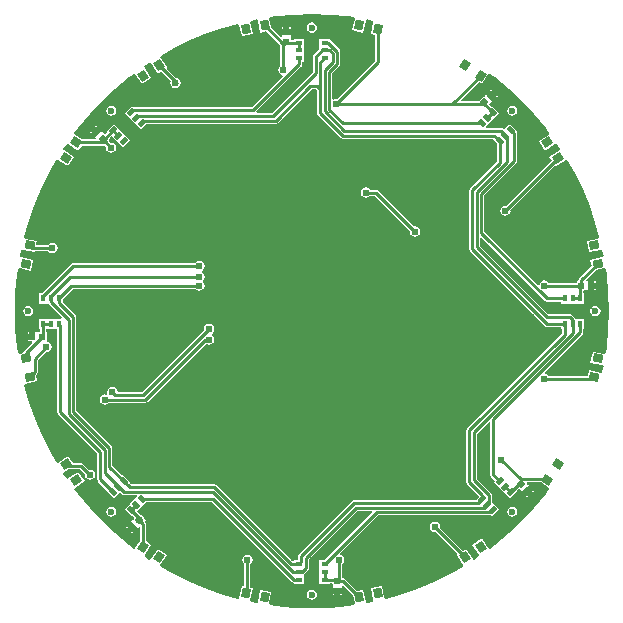
<source format=gbl>
G04 Layer_Physical_Order=2*
G04 Layer_Color=16711680*
%FSAX25Y25*%
%MOIN*%
G70*
G01*
G75*
%ADD24R,0.01969X0.02047*%
%ADD28R,0.02047X0.01969*%
%ADD30C,0.01000*%
%ADD31C,0.02362*%
%ADD32C,0.02400*%
%ADD33C,0.01181*%
G04:AMPARAMS|DCode=34|XSize=15.75mil|YSize=23.62mil|CornerRadius=0mil|HoleSize=0mil|Usage=FLASHONLY|Rotation=315.000|XOffset=0mil|YOffset=0mil|HoleType=Round|Shape=Rectangle|*
%AMROTATEDRECTD34*
4,1,4,-0.01392,-0.00278,0.00278,0.01392,0.01392,0.00278,-0.00278,-0.01392,-0.01392,-0.00278,0.0*
%
%ADD34ROTATEDRECTD34*%

%ADD35C,0.00394*%
%ADD36R,0.02362X0.01575*%
G04:AMPARAMS|DCode=37|XSize=15.75mil|YSize=23.62mil|CornerRadius=0mil|HoleSize=0mil|Usage=FLASHONLY|Rotation=225.000|XOffset=0mil|YOffset=0mil|HoleType=Round|Shape=Rectangle|*
%AMROTATEDRECTD37*
4,1,4,-0.00278,0.01392,0.01392,-0.00278,0.00278,-0.01392,-0.01392,0.00278,-0.00278,0.01392,0.0*
%
%ADD37ROTATEDRECTD37*%

%ADD38R,0.01575X0.02362*%
G04:AMPARAMS|DCode=39|XSize=27.56mil|YSize=31.5mil|CornerRadius=0mil|HoleSize=0mil|Usage=FLASHONLY|Rotation=281.250|XOffset=0mil|YOffset=0mil|HoleType=Round|Shape=Rectangle|*
%AMROTATEDRECTD39*
4,1,4,-0.01813,0.01044,0.01276,0.01659,0.01813,-0.01044,-0.01276,-0.01659,-0.01813,0.01044,0.0*
%
%ADD39ROTATEDRECTD39*%

G04:AMPARAMS|DCode=40|XSize=27.56mil|YSize=31.5mil|CornerRadius=0mil|HoleSize=0mil|Usage=FLASHONLY|Rotation=258.750|XOffset=0mil|YOffset=0mil|HoleType=Round|Shape=Rectangle|*
%AMROTATEDRECTD40*
4,1,4,-0.01276,0.01659,0.01813,0.01044,0.01276,-0.01659,-0.01813,-0.01044,-0.01276,0.01659,0.0*
%
%ADD40ROTATEDRECTD40*%

G04:AMPARAMS|DCode=41|XSize=27.56mil|YSize=31.5mil|CornerRadius=0mil|HoleSize=0mil|Usage=FLASHONLY|Rotation=236.250|XOffset=0mil|YOffset=0mil|HoleType=Round|Shape=Rectangle|*
%AMROTATEDRECTD41*
4,1,4,-0.00544,0.02021,0.02075,0.00271,0.00544,-0.02021,-0.02075,-0.00271,-0.00544,0.02021,0.0*
%
%ADD41ROTATEDRECTD41*%

G04:AMPARAMS|DCode=42|XSize=27.56mil|YSize=31.5mil|CornerRadius=0mil|HoleSize=0mil|Usage=FLASHONLY|Rotation=213.750|XOffset=0mil|YOffset=0mil|HoleType=Round|Shape=Rectangle|*
%AMROTATEDRECTD42*
4,1,4,0.00271,0.02075,0.02021,-0.00544,-0.00271,-0.02075,-0.02021,0.00544,0.00271,0.02075,0.0*
%
%ADD42ROTATEDRECTD42*%

G04:AMPARAMS|DCode=43|XSize=27.56mil|YSize=31.5mil|CornerRadius=0mil|HoleSize=0mil|Usage=FLASHONLY|Rotation=191.250|XOffset=0mil|YOffset=0mil|HoleType=Round|Shape=Rectangle|*
%AMROTATEDRECTD43*
4,1,4,0.01044,0.01813,0.01659,-0.01276,-0.01044,-0.01813,-0.01659,0.01276,0.01044,0.01813,0.0*
%
%ADD43ROTATEDRECTD43*%

G04:AMPARAMS|DCode=44|XSize=27.56mil|YSize=31.5mil|CornerRadius=0mil|HoleSize=0mil|Usage=FLASHONLY|Rotation=168.750|XOffset=0mil|YOffset=0mil|HoleType=Round|Shape=Rectangle|*
%AMROTATEDRECTD44*
4,1,4,0.01659,0.01276,0.01044,-0.01813,-0.01659,-0.01276,-0.01044,0.01813,0.01659,0.01276,0.0*
%
%ADD44ROTATEDRECTD44*%

G04:AMPARAMS|DCode=45|XSize=27.56mil|YSize=31.5mil|CornerRadius=0mil|HoleSize=0mil|Usage=FLASHONLY|Rotation=146.250|XOffset=0mil|YOffset=0mil|HoleType=Round|Shape=Rectangle|*
%AMROTATEDRECTD45*
4,1,4,0.02021,0.00544,0.00271,-0.02075,-0.02021,-0.00544,-0.00271,0.02075,0.02021,0.00544,0.0*
%
%ADD45ROTATEDRECTD45*%

G04:AMPARAMS|DCode=46|XSize=27.56mil|YSize=31.5mil|CornerRadius=0mil|HoleSize=0mil|Usage=FLASHONLY|Rotation=123.750|XOffset=0mil|YOffset=0mil|HoleType=Round|Shape=Rectangle|*
%AMROTATEDRECTD46*
4,1,4,0.02075,-0.00271,-0.00544,-0.02021,-0.02075,0.00271,0.00544,0.02021,0.02075,-0.00271,0.0*
%
%ADD46ROTATEDRECTD46*%

G04:AMPARAMS|DCode=47|XSize=19.69mil|YSize=20.47mil|CornerRadius=0mil|HoleSize=0mil|Usage=FLASHONLY|Rotation=135.000|XOffset=0mil|YOffset=0mil|HoleType=Round|Shape=Rectangle|*
%AMROTATEDRECTD47*
4,1,4,0.01420,0.00028,-0.00028,-0.01420,-0.01420,-0.00028,0.00028,0.01420,0.01420,0.00028,0.0*
%
%ADD47ROTATEDRECTD47*%

G04:AMPARAMS|DCode=48|XSize=19.69mil|YSize=20.47mil|CornerRadius=0mil|HoleSize=0mil|Usage=FLASHONLY|Rotation=225.000|XOffset=0mil|YOffset=0mil|HoleType=Round|Shape=Rectangle|*
%AMROTATEDRECTD48*
4,1,4,-0.00028,0.01420,0.01420,-0.00028,0.00028,-0.01420,-0.01420,0.00028,-0.00028,0.01420,0.0*
%
%ADD48ROTATEDRECTD48*%

G36*
X0586547Y0265011D02*
X0586877Y0264790D01*
X0587268Y0264713D01*
X0592095D01*
Y0264051D01*
X0599787D01*
Y0267413D01*
X0599520D01*
Y0268123D01*
X0599873Y0268476D01*
X0600500Y0268476D01*
X0600870Y0268476D01*
X0601114D01*
Y0270000D01*
Y0271524D01*
X0600710D01*
X0600413Y0271934D01*
X0603688Y0275208D01*
X0606415Y0275751D01*
X0606967Y0275448D01*
X0607273Y0273432D01*
X0607815Y0267477D01*
X0607995Y0261500D01*
X0607815Y0255523D01*
X0607273Y0249568D01*
X0606967Y0247552D01*
X0606415Y0247249D01*
X0602592Y0248009D01*
X0601859Y0244326D01*
X0605836Y0243535D01*
X0606277Y0243206D01*
X0605858Y0241252D01*
X0605433Y0241022D01*
X0605302Y0241048D01*
X0601363Y0241831D01*
X0601002Y0240020D01*
X0587863D01*
X0587726Y0240226D01*
X0587163Y0240601D01*
X0586819Y0240670D01*
X0586654Y0241212D01*
X0599221Y0253779D01*
X0599442Y0254110D01*
X0599520Y0254500D01*
Y0255587D01*
X0599787D01*
Y0258949D01*
X0596883D01*
X0596883Y0258949D01*
X0596662Y0259280D01*
X0595721Y0260221D01*
X0595390Y0260442D01*
X0595000Y0260520D01*
X0587811D01*
X0565020Y0283311D01*
Y0285885D01*
X0565482Y0286076D01*
X0586547Y0265011D01*
D02*
G37*
G36*
X0570052Y0339427D02*
X0574646Y0335599D01*
X0579000Y0331500D01*
X0583099Y0327146D01*
X0586927Y0322552D01*
X0588136Y0320910D01*
X0587960Y0320306D01*
X0584719Y0318140D01*
X0586805Y0315017D01*
X0590177Y0317270D01*
X0590721Y0317350D01*
X0591806Y0315672D01*
X0591668Y0315208D01*
X0591558Y0315134D01*
X0588218Y0312902D01*
X0588913Y0311862D01*
X0573743Y0296692D01*
X0573500Y0296740D01*
X0572837Y0296608D01*
X0572274Y0296233D01*
X0571899Y0295670D01*
X0571767Y0295007D01*
X0571899Y0294344D01*
X0572274Y0293781D01*
X0572837Y0293406D01*
X0573500Y0293274D01*
X0574163Y0293406D01*
X0574726Y0293781D01*
X0575101Y0294344D01*
X0575233Y0295007D01*
X0575185Y0295250D01*
X0589790Y0309855D01*
X0590287Y0309806D01*
X0590305Y0309780D01*
X0593569Y0311961D01*
X0594182Y0311892D01*
X0596656Y0307505D01*
X0599274Y0302129D01*
X0601562Y0296604D01*
X0603513Y0290951D01*
X0604865Y0286100D01*
X0604480Y0285618D01*
X0600630Y0284852D01*
X0601363Y0281169D01*
X0605302Y0281952D01*
X0605433Y0281978D01*
X0605858Y0281748D01*
X0606277Y0279794D01*
X0605836Y0279465D01*
X0601859Y0278674D01*
X0602259Y0276664D01*
X0598165Y0272570D01*
X0597944Y0272239D01*
X0597866Y0271849D01*
Y0271524D01*
X0597402D01*
Y0271020D01*
X0587863D01*
X0587726Y0271226D01*
X0587163Y0271601D01*
X0586500Y0271733D01*
X0585837Y0271601D01*
X0585274Y0271226D01*
X0584899Y0270663D01*
X0584830Y0270319D01*
X0584288Y0270154D01*
X0566520Y0287922D01*
Y0300078D01*
X0577221Y0310779D01*
X0577442Y0311110D01*
X0577520Y0311500D01*
Y0320572D01*
X0577442Y0320962D01*
X0577221Y0321293D01*
X0577188Y0321326D01*
X0577378Y0321515D01*
X0575000Y0323892D01*
X0573165Y0322058D01*
X0572916Y0322307D01*
X0572585Y0322528D01*
X0572195Y0322605D01*
X0567151D01*
X0566959Y0323067D01*
X0569572Y0325680D01*
X0571392Y0327500D01*
X0569015Y0329878D01*
X0568826Y0329688D01*
X0568074Y0330440D01*
X0568505Y0330872D01*
X0568675Y0331041D01*
X0569029Y0331395D01*
X0569202Y0331568D01*
X0568124Y0332645D01*
X0567047Y0333722D01*
X0566874Y0333550D01*
X0566704Y0333380D01*
X0566351Y0333026D01*
X0564844Y0331520D01*
X0558859D01*
X0558668Y0331981D01*
X0564600Y0337914D01*
X0565640Y0337218D01*
X0567806Y0340460D01*
X0568410Y0340636D01*
X0570052Y0339427D01*
D02*
G37*
G36*
X0568480Y0224506D02*
Y0206985D01*
X0568558Y0206595D01*
X0568779Y0206264D01*
X0570028Y0205015D01*
X0569561Y0204547D01*
X0571370Y0202738D01*
X0573180Y0200928D01*
X0575000Y0199108D01*
X0577378Y0201485D01*
X0577188Y0201674D01*
X0577940Y0202426D01*
X0578372Y0201994D01*
X0578541Y0201825D01*
X0578895Y0201471D01*
X0579068Y0201298D01*
X0580145Y0202376D01*
X0581222Y0203453D01*
X0581050Y0203626D01*
X0580696Y0203979D01*
X0580875Y0204411D01*
X0585390D01*
X0587960Y0202694D01*
X0588136Y0202090D01*
X0586927Y0200448D01*
X0583099Y0195854D01*
X0579000Y0191500D01*
X0574646Y0187401D01*
X0570052Y0183573D01*
X0568410Y0182364D01*
X0567806Y0182540D01*
X0565640Y0185782D01*
X0562517Y0183695D01*
X0564770Y0180323D01*
X0564850Y0179779D01*
X0563172Y0178694D01*
X0562708Y0178832D01*
X0562634Y0178942D01*
X0560402Y0182282D01*
X0559358Y0181584D01*
X0551685Y0189257D01*
X0551733Y0189500D01*
X0551601Y0190163D01*
X0551226Y0190726D01*
X0550663Y0191101D01*
X0550000Y0191233D01*
X0549337Y0191101D01*
X0548774Y0190726D01*
X0548399Y0190163D01*
X0548267Y0189500D01*
X0548399Y0188837D01*
X0548774Y0188274D01*
X0549337Y0187899D01*
X0550000Y0187767D01*
X0550243Y0187815D01*
X0557351Y0180708D01*
X0557302Y0180210D01*
X0557280Y0180195D01*
X0559461Y0176931D01*
X0559392Y0176318D01*
X0555005Y0173844D01*
X0549629Y0171226D01*
X0544104Y0168938D01*
X0538451Y0166987D01*
X0533600Y0165635D01*
X0533118Y0166020D01*
X0532352Y0169870D01*
X0528669Y0169137D01*
X0529452Y0165198D01*
X0529478Y0165067D01*
X0529248Y0164642D01*
X0527294Y0164223D01*
X0526965Y0164664D01*
X0526174Y0168641D01*
X0524175Y0168244D01*
X0520084Y0172335D01*
X0519753Y0172556D01*
X0519363Y0172634D01*
X0519024D01*
Y0173098D01*
X0519020D01*
Y0177137D01*
X0519226Y0177274D01*
X0519601Y0177837D01*
X0519733Y0178500D01*
X0519601Y0179163D01*
X0519226Y0179726D01*
X0518663Y0180101D01*
X0518414Y0180151D01*
X0518250Y0180693D01*
X0531037Y0193480D01*
X0568572D01*
X0568643Y0193494D01*
X0569015Y0193122D01*
X0571392Y0195500D01*
X0569086Y0197806D01*
Y0200115D01*
X0569008Y0200505D01*
X0568787Y0200836D01*
X0564020Y0205604D01*
Y0220699D01*
X0568018Y0224698D01*
X0568480Y0224506D01*
D02*
G37*
G36*
X0514977Y0360315D02*
X0520932Y0359773D01*
X0522948Y0359467D01*
X0523251Y0358915D01*
X0522491Y0355092D01*
X0526174Y0354359D01*
X0526965Y0358336D01*
X0527294Y0358777D01*
X0529248Y0358358D01*
X0529478Y0357933D01*
X0529452Y0357802D01*
X0528669Y0353863D01*
X0529896Y0353619D01*
Y0344838D01*
X0517243Y0332185D01*
X0517000Y0332233D01*
X0516337Y0332101D01*
X0516261Y0332050D01*
X0515820Y0332286D01*
Y0340878D01*
X0518221Y0343279D01*
X0518442Y0343610D01*
X0518520Y0344000D01*
Y0348000D01*
X0518442Y0348390D01*
X0518221Y0348721D01*
X0515221Y0351721D01*
X0514913Y0351926D01*
Y0352287D01*
X0511551D01*
Y0349025D01*
X0509579Y0347053D01*
X0509358Y0346723D01*
X0509280Y0346332D01*
Y0341222D01*
X0495629Y0327571D01*
X0490720D01*
X0490513Y0328071D01*
X0505489Y0343047D01*
X0505710Y0343377D01*
X0505787Y0343768D01*
Y0344595D01*
X0506449D01*
Y0347153D01*
Y0349713D01*
Y0352287D01*
X0503087D01*
Y0352020D01*
X0502377D01*
X0502024Y0352373D01*
X0502024Y0353000D01*
X0502024Y0353370D01*
Y0353614D01*
X0500500D01*
X0498976D01*
Y0353196D01*
X0498576Y0352889D01*
X0495295Y0356170D01*
X0494749Y0358915D01*
X0495052Y0359467D01*
X0497067Y0359773D01*
X0503023Y0360315D01*
X0509000Y0360495D01*
X0514977Y0360315D01*
D02*
G37*
G36*
X0502279Y0171279D02*
X0502610Y0171058D01*
X0503000Y0170980D01*
X0503087D01*
Y0170713D01*
X0506449D01*
Y0173975D01*
X0507670Y0175196D01*
X0507891Y0175526D01*
X0507968Y0175917D01*
Y0178905D01*
X0524044Y0194980D01*
X0528999D01*
X0529191Y0194518D01*
X0513078Y0178405D01*
X0511551D01*
Y0175831D01*
Y0173272D01*
Y0170713D01*
X0514913D01*
Y0170980D01*
X0515623D01*
X0515976Y0170627D01*
X0515976Y0170000D01*
X0515976Y0169630D01*
Y0169386D01*
X0517500D01*
X0519024D01*
Y0169804D01*
X0519424Y0170111D01*
X0522705Y0166830D01*
X0523251Y0164085D01*
X0522948Y0163533D01*
X0520932Y0163227D01*
X0514977Y0162685D01*
X0509000Y0162505D01*
X0503023Y0162685D01*
X0497067Y0163227D01*
X0495052Y0163533D01*
X0494749Y0164085D01*
X0495509Y0167908D01*
X0491826Y0168641D01*
X0491035Y0164664D01*
X0490706Y0164223D01*
X0488752Y0164642D01*
X0488522Y0165067D01*
X0488548Y0165198D01*
X0489331Y0169137D01*
X0488520Y0169299D01*
Y0177137D01*
X0488726Y0177274D01*
X0489101Y0177837D01*
X0489233Y0178500D01*
X0489101Y0179163D01*
X0488726Y0179726D01*
X0488163Y0180101D01*
X0487500Y0180233D01*
X0486837Y0180101D01*
X0486274Y0179726D01*
X0485899Y0179163D01*
X0485767Y0178500D01*
X0485899Y0177837D01*
X0486274Y0177274D01*
X0486480Y0177137D01*
Y0170098D01*
X0486094Y0169781D01*
X0485648Y0169870D01*
X0484882Y0166020D01*
X0484400Y0165635D01*
X0479549Y0166987D01*
X0473896Y0168938D01*
X0468371Y0171226D01*
X0462995Y0173844D01*
X0458608Y0176318D01*
X0458539Y0176931D01*
X0460720Y0180195D01*
X0457597Y0182282D01*
X0455366Y0178942D01*
X0455292Y0178832D01*
X0454828Y0178694D01*
X0453151Y0179779D01*
X0453230Y0180323D01*
X0455483Y0183695D01*
X0453788Y0184827D01*
Y0190614D01*
X0453711Y0191004D01*
X0453490Y0191334D01*
X0453250Y0191574D01*
X0453578Y0191903D01*
X0453094Y0192387D01*
X0453053Y0192594D01*
X0452677Y0193156D01*
X0452115Y0193532D01*
X0451908Y0193573D01*
X0451424Y0194058D01*
X0451368Y0194002D01*
X0450616Y0194754D01*
X0453684Y0197821D01*
X0475737D01*
X0502279Y0171279D01*
D02*
G37*
G36*
X0424194Y0227786D02*
X0424272Y0227396D01*
X0424493Y0227065D01*
X0437480Y0214078D01*
Y0205428D01*
X0437558Y0205038D01*
X0437779Y0204707D01*
X0440812Y0201674D01*
X0440622Y0201485D01*
X0443000Y0199108D01*
X0444999Y0201107D01*
X0445594Y0200511D01*
X0445925Y0200290D01*
X0446315Y0200213D01*
X0450667D01*
X0450859Y0199751D01*
X0448417Y0197309D01*
X0446608Y0195500D01*
X0448985Y0193122D01*
X0449174Y0193312D01*
X0449615Y0192871D01*
X0449597Y0192231D01*
X0449325Y0191959D01*
X0449141Y0191775D01*
X0448799Y0191432D01*
X0449876Y0190355D01*
X0450953Y0189278D01*
X0451249Y0189574D01*
X0451749Y0189508D01*
Y0184867D01*
X0450194Y0182540D01*
X0449590Y0182364D01*
X0447948Y0183573D01*
X0443354Y0187401D01*
X0439000Y0191500D01*
X0434901Y0195854D01*
X0431073Y0200448D01*
X0429864Y0202090D01*
X0430040Y0202694D01*
X0433282Y0204860D01*
X0431195Y0207983D01*
X0427823Y0205730D01*
X0427279Y0205650D01*
X0426194Y0207328D01*
X0426332Y0207792D01*
X0426442Y0207866D01*
X0427928Y0208859D01*
X0431699D01*
X0433315Y0207243D01*
X0433267Y0207000D01*
X0433399Y0206337D01*
X0433774Y0205774D01*
X0434337Y0205399D01*
X0435000Y0205267D01*
X0435663Y0205399D01*
X0436226Y0205774D01*
X0436601Y0206337D01*
X0436733Y0207000D01*
X0436601Y0207663D01*
X0436226Y0208226D01*
X0435663Y0208601D01*
X0435000Y0208733D01*
X0434757Y0208685D01*
X0432842Y0210599D01*
X0432512Y0210821D01*
X0432122Y0210898D01*
X0429247D01*
X0427695Y0213220D01*
X0424431Y0211039D01*
X0423818Y0211108D01*
X0421344Y0215495D01*
X0418726Y0220871D01*
X0416438Y0226396D01*
X0414487Y0232049D01*
X0413135Y0236900D01*
X0413520Y0237382D01*
X0417370Y0238148D01*
X0416972Y0240146D01*
X0417274Y0240448D01*
X0417495Y0240779D01*
X0417573Y0241169D01*
Y0245131D01*
X0420257Y0247815D01*
X0420500Y0247767D01*
X0421163Y0247899D01*
X0421726Y0248274D01*
X0422101Y0248837D01*
X0422233Y0249500D01*
X0422101Y0250163D01*
X0421726Y0250726D01*
X0421163Y0251101D01*
X0420960Y0251142D01*
X0420598Y0251476D01*
Y0252161D01*
X0420716Y0252337D01*
X0420848Y0253000D01*
X0420716Y0253663D01*
X0420598Y0253839D01*
Y0254524D01*
X0420520D01*
Y0255587D01*
X0424194D01*
Y0227786D01*
D02*
G37*
G36*
X0491035Y0358336D02*
X0491826Y0354359D01*
X0493825Y0354756D01*
X0498480Y0350101D01*
Y0343363D01*
X0498274Y0343226D01*
X0497899Y0342663D01*
X0497767Y0342000D01*
X0497899Y0341337D01*
X0498274Y0340774D01*
X0498837Y0340399D01*
X0499181Y0340330D01*
X0499346Y0339788D01*
X0489078Y0329520D01*
X0449428D01*
X0449357Y0329505D01*
X0448985Y0329878D01*
X0446608Y0327500D01*
X0448417Y0325691D01*
X0450227Y0323881D01*
X0452047Y0322061D01*
X0454019Y0324032D01*
X0497052D01*
X0497442Y0324110D01*
X0497773Y0324331D01*
X0508922Y0335480D01*
X0510378D01*
X0510780Y0335078D01*
Y0327457D01*
X0510858Y0327067D01*
X0511079Y0326736D01*
X0518536Y0319279D01*
X0518867Y0319058D01*
X0519257Y0318980D01*
X0569381D01*
X0569713Y0318605D01*
X0569561Y0318453D01*
X0570640Y0317373D01*
Y0311325D01*
X0561779Y0302464D01*
X0561558Y0302133D01*
X0561480Y0301743D01*
Y0282267D01*
X0561558Y0281877D01*
X0561779Y0281546D01*
X0586779Y0256547D01*
X0587110Y0256326D01*
X0587500Y0256248D01*
X0592095D01*
Y0255587D01*
X0592362D01*
Y0254047D01*
X0560779Y0222464D01*
X0560558Y0222133D01*
X0560480Y0221743D01*
Y0204560D01*
X0560558Y0204170D01*
X0560779Y0203839D01*
X0564655Y0199964D01*
Y0199641D01*
X0563575Y0198562D01*
X0563575Y0198562D01*
X0563575Y0198562D01*
X0563110Y0198520D01*
X0523000D01*
X0522610Y0198442D01*
X0522279Y0198221D01*
X0504728Y0180670D01*
X0504507Y0180339D01*
X0504429Y0179949D01*
Y0178405D01*
X0503087D01*
Y0178138D01*
X0502547D01*
X0477231Y0203453D01*
X0476901Y0203674D01*
X0476510Y0203752D01*
X0448856D01*
X0448250Y0204358D01*
X0448439Y0204547D01*
X0446062Y0206925D01*
X0445873Y0206735D01*
X0442520Y0210088D01*
Y0215743D01*
X0442442Y0216133D01*
X0442221Y0216464D01*
X0430520Y0228165D01*
Y0259500D01*
X0430442Y0259890D01*
X0430221Y0260221D01*
X0425906Y0264536D01*
Y0265578D01*
X0429308Y0268980D01*
X0470137D01*
X0470274Y0268774D01*
X0470837Y0268399D01*
X0471500Y0268267D01*
X0472163Y0268399D01*
X0472726Y0268774D01*
X0473101Y0269337D01*
X0473233Y0270000D01*
X0473101Y0270663D01*
X0472726Y0271226D01*
X0472689Y0271250D01*
Y0271750D01*
X0472726Y0271774D01*
X0473101Y0272337D01*
X0473233Y0273000D01*
X0473101Y0273663D01*
X0472726Y0274226D01*
X0472364Y0274467D01*
Y0275032D01*
X0472726Y0275274D01*
X0473101Y0275837D01*
X0473233Y0276500D01*
X0473101Y0277163D01*
X0472726Y0277726D01*
X0472163Y0278101D01*
X0471500Y0278233D01*
X0470837Y0278101D01*
X0470274Y0277726D01*
X0470137Y0277520D01*
X0429444D01*
X0429054Y0277442D01*
X0428723Y0277221D01*
X0418916Y0267413D01*
X0418213D01*
Y0264051D01*
X0421117D01*
X0421117Y0264051D01*
X0421338Y0263720D01*
X0425609Y0259449D01*
X0425402Y0258949D01*
X0418213D01*
Y0255587D01*
X0418480D01*
Y0254607D01*
X0418451Y0254601D01*
X0418334Y0254524D01*
X0417870D01*
X0417630Y0254524D01*
Y0254524D01*
X0417370D01*
Y0254524D01*
X0416886D01*
Y0253000D01*
X0415886D01*
Y0252000D01*
X0414402D01*
Y0251476D01*
X0415689D01*
X0415880Y0251014D01*
X0413019Y0248153D01*
X0412798Y0247822D01*
X0412729Y0247477D01*
X0411585Y0247249D01*
X0411033Y0247552D01*
X0410727Y0249568D01*
X0410185Y0255523D01*
X0410005Y0261500D01*
X0410185Y0267477D01*
X0410727Y0273432D01*
X0411033Y0275448D01*
X0411585Y0275751D01*
X0415408Y0274991D01*
X0416141Y0278674D01*
X0412164Y0279465D01*
X0411723Y0279794D01*
X0412142Y0281748D01*
X0412567Y0281978D01*
X0412698Y0281952D01*
X0416637Y0281169D01*
X0416699Y0281480D01*
X0421137D01*
X0421274Y0281274D01*
X0421837Y0280899D01*
X0422500Y0280767D01*
X0423163Y0280899D01*
X0423726Y0281274D01*
X0424101Y0281837D01*
X0424233Y0282500D01*
X0424101Y0283163D01*
X0423726Y0283726D01*
X0423163Y0284101D01*
X0422500Y0284233D01*
X0421837Y0284101D01*
X0421274Y0283726D01*
X0421137Y0283520D01*
X0417499D01*
X0417182Y0283906D01*
X0417370Y0284852D01*
X0413520Y0285618D01*
X0413135Y0286100D01*
X0414487Y0290951D01*
X0416438Y0296604D01*
X0418726Y0302129D01*
X0421344Y0307505D01*
X0423818Y0311892D01*
X0424431Y0311961D01*
X0427695Y0309780D01*
X0429782Y0312902D01*
X0426442Y0315134D01*
X0426332Y0315208D01*
X0426194Y0315672D01*
X0427279Y0317350D01*
X0427823Y0317270D01*
X0431195Y0315017D01*
X0432327Y0316712D01*
X0439846D01*
X0440315Y0316243D01*
X0440267Y0316000D01*
X0440399Y0315337D01*
X0440774Y0314774D01*
X0441337Y0314399D01*
X0442000Y0314267D01*
X0442663Y0314399D01*
X0443226Y0314774D01*
X0443601Y0315337D01*
X0443733Y0316000D01*
X0443601Y0316663D01*
X0443226Y0317226D01*
X0442663Y0317601D01*
X0442000Y0317733D01*
X0441757Y0317685D01*
X0441315Y0318127D01*
X0441303Y0318822D01*
X0441558Y0319076D01*
X0441502Y0319132D01*
X0442253Y0319884D01*
X0444241Y0317896D01*
X0446062Y0316075D01*
X0448439Y0318453D01*
X0446619Y0320273D01*
X0444809Y0322083D01*
X0443000Y0323892D01*
X0440622Y0321515D01*
X0440812Y0321326D01*
X0440060Y0320574D01*
X0439628Y0321006D01*
X0439459Y0321175D01*
X0439105Y0321529D01*
X0438932Y0321702D01*
X0437855Y0320624D01*
X0436778Y0319547D01*
X0436950Y0319374D01*
X0437074Y0319251D01*
X0437008Y0318751D01*
X0432367D01*
X0430040Y0320306D01*
X0429864Y0320910D01*
X0431073Y0322552D01*
X0434901Y0327146D01*
X0439000Y0331500D01*
X0443354Y0335599D01*
X0447948Y0339427D01*
X0449590Y0340636D01*
X0450194Y0340460D01*
X0452360Y0337218D01*
X0455483Y0339305D01*
X0453230Y0342677D01*
X0453151Y0343221D01*
X0454828Y0344306D01*
X0455292Y0344168D01*
X0455366Y0344058D01*
X0457597Y0340718D01*
X0458638Y0341413D01*
X0461897Y0338154D01*
X0461767Y0337500D01*
X0461899Y0336837D01*
X0462274Y0336274D01*
X0462837Y0335899D01*
X0463500Y0335767D01*
X0464163Y0335899D01*
X0464726Y0336274D01*
X0465101Y0336837D01*
X0465233Y0337500D01*
X0465101Y0338163D01*
X0464726Y0338726D01*
X0464163Y0339101D01*
X0463752Y0339183D01*
X0460645Y0342290D01*
X0460694Y0342787D01*
X0460720Y0342805D01*
X0458539Y0346069D01*
X0458608Y0346682D01*
X0462995Y0349156D01*
X0468371Y0351774D01*
X0473896Y0354062D01*
X0479549Y0356013D01*
X0484400Y0357365D01*
X0484882Y0356980D01*
X0485648Y0353130D01*
X0489331Y0353863D01*
X0488548Y0357802D01*
X0488522Y0357933D01*
X0488753Y0358358D01*
X0490706Y0358777D01*
X0491035Y0358336D01*
D02*
G37*
%LPC*%
G36*
X0603598Y0269000D02*
X0603114D01*
Y0268476D01*
X0603598D01*
Y0269000D01*
D02*
G37*
G36*
X0603520Y0263214D02*
X0602864Y0263084D01*
X0602308Y0262712D01*
X0601936Y0262156D01*
X0601919Y0262072D01*
X0601862Y0262061D01*
Y0261785D01*
X0601805Y0261500D01*
X0601862Y0261215D01*
Y0260939D01*
X0601919Y0260928D01*
X0601936Y0260844D01*
X0602308Y0260288D01*
X0602864Y0259916D01*
X0603520Y0259786D01*
X0604176Y0259916D01*
X0604732Y0260288D01*
X0605103Y0260844D01*
X0605234Y0261500D01*
X0605103Y0262156D01*
X0604732Y0262712D01*
X0604176Y0263084D01*
X0603520Y0263214D01*
D02*
G37*
G36*
X0603114Y0271524D02*
Y0271000D01*
X0603598D01*
Y0271524D01*
X0603114D01*
D02*
G37*
G36*
X0570588Y0333695D02*
X0570246Y0333352D01*
X0570616Y0332982D01*
X0570958Y0333324D01*
X0570588Y0333695D01*
D02*
G37*
G36*
X0575836Y0330049D02*
X0575180Y0329919D01*
X0574623Y0329548D01*
X0574252Y0328991D01*
X0574122Y0328335D01*
X0574252Y0327680D01*
X0574299Y0327608D01*
X0574267Y0327560D01*
X0574462Y0327365D01*
X0574623Y0327123D01*
X0574865Y0326962D01*
X0575060Y0326767D01*
X0575108Y0326800D01*
X0575180Y0326752D01*
X0575836Y0326622D01*
X0576491Y0326752D01*
X0577047Y0327123D01*
X0577419Y0327680D01*
X0577550Y0328335D01*
X0577419Y0328991D01*
X0577047Y0329548D01*
X0576491Y0329919D01*
X0575836Y0330049D01*
D02*
G37*
G36*
X0568803Y0335479D02*
X0568461Y0335137D01*
X0568831Y0334766D01*
X0569174Y0335109D01*
X0568803Y0335479D01*
D02*
G37*
G36*
X0575836Y0196379D02*
X0575180Y0196248D01*
X0575108Y0196201D01*
X0575060Y0196233D01*
X0574865Y0196038D01*
X0574623Y0195877D01*
X0574462Y0195635D01*
X0574267Y0195440D01*
X0574299Y0195392D01*
X0574252Y0195320D01*
X0574122Y0194665D01*
X0574252Y0194009D01*
X0574623Y0193453D01*
X0575180Y0193081D01*
X0575836Y0192950D01*
X0576491Y0193081D01*
X0577047Y0193453D01*
X0577419Y0194009D01*
X0577550Y0194665D01*
X0577419Y0195320D01*
X0577047Y0195877D01*
X0576491Y0196248D01*
X0575836Y0196379D01*
D02*
G37*
G36*
X0580852Y0200255D02*
X0580482Y0199884D01*
X0580824Y0199542D01*
X0581194Y0199912D01*
X0580852Y0200255D01*
D02*
G37*
G36*
X0582636Y0202039D02*
X0582266Y0201669D01*
X0582609Y0201326D01*
X0582979Y0201697D01*
X0582636Y0202039D01*
D02*
G37*
G36*
X0502024Y0356098D02*
X0501500D01*
Y0355614D01*
X0502024D01*
Y0356098D01*
D02*
G37*
G36*
X0499500D02*
X0498976D01*
Y0355614D01*
X0499500D01*
Y0356098D01*
D02*
G37*
G36*
X0509000Y0357734D02*
X0508344Y0357603D01*
X0507788Y0357232D01*
X0507416Y0356676D01*
X0507286Y0356020D01*
X0507416Y0355364D01*
X0507788Y0354808D01*
X0508344Y0354436D01*
X0508428Y0354419D01*
X0508439Y0354362D01*
X0508715D01*
X0509000Y0354306D01*
X0509285Y0354362D01*
X0509561D01*
X0509572Y0354419D01*
X0509656Y0354436D01*
X0510212Y0354808D01*
X0510584Y0355364D01*
X0510714Y0356020D01*
X0510584Y0356676D01*
X0510212Y0357232D01*
X0509656Y0357603D01*
X0509000Y0357734D01*
D02*
G37*
G36*
X0519024Y0167386D02*
X0518500D01*
Y0166902D01*
X0519024D01*
Y0167386D01*
D02*
G37*
G36*
X0516500D02*
X0515976D01*
Y0166902D01*
X0516500D01*
Y0167386D01*
D02*
G37*
G36*
X0509000Y0168695D02*
X0508715Y0168638D01*
X0508439D01*
X0508428Y0168581D01*
X0508344Y0168564D01*
X0507788Y0168192D01*
X0507416Y0167636D01*
X0507286Y0166980D01*
X0507416Y0166324D01*
X0507788Y0165768D01*
X0508344Y0165397D01*
X0509000Y0165266D01*
X0509656Y0165397D01*
X0510212Y0165768D01*
X0510584Y0166324D01*
X0510714Y0166980D01*
X0510584Y0167636D01*
X0510212Y0168192D01*
X0509656Y0168564D01*
X0509572Y0168581D01*
X0509561Y0168638D01*
X0509285D01*
X0509000Y0168695D01*
D02*
G37*
G36*
X0442165Y0196379D02*
X0441509Y0196248D01*
X0440952Y0195877D01*
X0440581Y0195320D01*
X0440450Y0194665D01*
X0440581Y0194009D01*
X0440952Y0193453D01*
X0441509Y0193081D01*
X0442165Y0192950D01*
X0442820Y0193081D01*
X0443376Y0193453D01*
X0443748Y0194009D01*
X0443879Y0194665D01*
X0443748Y0195320D01*
X0443701Y0195392D01*
X0443733Y0195440D01*
X0443538Y0195635D01*
X0443377Y0195877D01*
X0443135Y0196038D01*
X0442940Y0196233D01*
X0442892Y0196201D01*
X0442820Y0196248D01*
X0442165Y0196379D01*
D02*
G37*
G36*
X0447384Y0190018D02*
X0447042Y0189676D01*
X0447412Y0189305D01*
X0447755Y0189648D01*
X0447384Y0190018D01*
D02*
G37*
G36*
X0449169Y0188234D02*
X0448826Y0187891D01*
X0449197Y0187521D01*
X0449539Y0187864D01*
X0449169Y0188234D01*
D02*
G37*
G36*
X0474767Y0257233D02*
X0474103Y0257101D01*
X0473541Y0256726D01*
X0473165Y0256163D01*
X0473033Y0255500D01*
X0473082Y0255257D01*
X0452344Y0234520D01*
X0444229D01*
X0444101Y0235163D01*
X0443726Y0235726D01*
X0443163Y0236101D01*
X0442500Y0236233D01*
X0441837Y0236101D01*
X0441274Y0235726D01*
X0440899Y0235163D01*
X0440767Y0234500D01*
X0440860Y0234033D01*
X0440851Y0234014D01*
X0440486Y0233649D01*
X0440467Y0233641D01*
X0440000Y0233733D01*
X0439337Y0233601D01*
X0438774Y0233226D01*
X0438399Y0232663D01*
X0438267Y0232000D01*
X0438399Y0231337D01*
X0438774Y0230774D01*
X0439337Y0230399D01*
X0440000Y0230267D01*
X0440663Y0230399D01*
X0441226Y0230774D01*
X0441363Y0230980D01*
X0453500D01*
X0453890Y0231058D01*
X0454221Y0231279D01*
X0473646Y0250704D01*
X0474103Y0250399D01*
X0474767Y0250267D01*
X0475430Y0250399D01*
X0475992Y0250774D01*
X0476368Y0251337D01*
X0476500Y0252000D01*
X0476368Y0252663D01*
X0475992Y0253226D01*
X0475630Y0253467D01*
Y0254032D01*
X0475992Y0254274D01*
X0476368Y0254837D01*
X0476500Y0255500D01*
X0476368Y0256163D01*
X0475992Y0256726D01*
X0475430Y0257101D01*
X0474767Y0257233D01*
D02*
G37*
G36*
X0414886Y0254524D02*
X0414402D01*
Y0254000D01*
X0414886D01*
Y0254524D01*
D02*
G37*
G36*
X0442165Y0330049D02*
X0441509Y0329919D01*
X0440952Y0329548D01*
X0440581Y0328991D01*
X0440450Y0328335D01*
X0440581Y0327680D01*
X0440952Y0327123D01*
X0441509Y0326752D01*
X0442165Y0326622D01*
X0442820Y0326752D01*
X0442892Y0326800D01*
X0442940Y0326767D01*
X0443135Y0326962D01*
X0443377Y0327123D01*
X0443538Y0327365D01*
X0443733Y0327560D01*
X0443701Y0327608D01*
X0443748Y0327680D01*
X0443879Y0328335D01*
X0443748Y0328991D01*
X0443376Y0329548D01*
X0442820Y0329919D01*
X0442165Y0330049D01*
D02*
G37*
G36*
X0414480Y0263214D02*
X0413824Y0263084D01*
X0413268Y0262712D01*
X0412897Y0262156D01*
X0412766Y0261500D01*
X0412897Y0260844D01*
X0413268Y0260288D01*
X0413824Y0259916D01*
X0414480Y0259786D01*
X0415136Y0259916D01*
X0415692Y0260288D01*
X0416064Y0260844D01*
X0416081Y0260928D01*
X0416138Y0260939D01*
Y0261215D01*
X0416194Y0261500D01*
X0416138Y0261785D01*
Y0262061D01*
X0416081Y0262072D01*
X0416064Y0262156D01*
X0415692Y0262712D01*
X0415136Y0263084D01*
X0414480Y0263214D01*
D02*
G37*
G36*
X0437176Y0323458D02*
X0436805Y0323088D01*
X0437148Y0322745D01*
X0437518Y0323116D01*
X0437176Y0323458D01*
D02*
G37*
G36*
X0435391Y0321674D02*
X0435021Y0321303D01*
X0435363Y0320961D01*
X0435734Y0321331D01*
X0435391Y0321674D01*
D02*
G37*
G36*
X0527000Y0302733D02*
X0526337Y0302601D01*
X0525774Y0302226D01*
X0525399Y0301663D01*
X0525267Y0301000D01*
X0525399Y0300337D01*
X0525774Y0299774D01*
X0526337Y0299399D01*
X0527000Y0299267D01*
X0527663Y0299399D01*
X0528226Y0299774D01*
X0528363Y0299980D01*
X0529932D01*
X0541681Y0288231D01*
X0541633Y0287988D01*
X0541765Y0287325D01*
X0542140Y0286763D01*
X0542703Y0286387D01*
X0543366Y0286255D01*
X0544029Y0286387D01*
X0544592Y0286763D01*
X0544968Y0287325D01*
X0545099Y0287988D01*
X0544968Y0288651D01*
X0544592Y0289214D01*
X0544029Y0289590D01*
X0543366Y0289721D01*
X0543123Y0289673D01*
X0531075Y0301721D01*
X0530745Y0301942D01*
X0530354Y0302020D01*
X0528363D01*
X0528226Y0302226D01*
X0527663Y0302601D01*
X0527000Y0302733D01*
D02*
G37*
%LPD*%
D24*
X0415886Y0253000D02*
D03*
X0419114D02*
D03*
X0602114Y0270000D02*
D03*
X0598886D02*
D03*
D28*
X0500500Y0354614D02*
D03*
Y0351386D02*
D03*
X0517500Y0168386D02*
D03*
Y0171614D02*
D03*
D30*
X0598886Y0271849D02*
X0604275Y0277238D01*
X0458006Y0343487D02*
X0463993Y0337500D01*
X0430513Y0317731D02*
X0440269D01*
X0511800Y0335500D02*
Y0344450D01*
X0441500Y0209666D02*
X0448434Y0202732D01*
X0510800Y0336500D02*
X0511800Y0335500D01*
Y0334461D02*
Y0335500D01*
Y0327457D02*
Y0334461D01*
X0508500Y0336500D02*
X0510800D01*
X0511800Y0344450D02*
X0513232Y0345882D01*
X0510300Y0340800D02*
Y0346332D01*
X0496052Y0326552D02*
X0510300Y0340800D01*
Y0346332D02*
X0512409Y0348441D01*
X0513300Y0341921D02*
X0516000Y0344621D01*
X0513300Y0328079D02*
Y0341921D01*
X0514800Y0341300D02*
X0517500Y0344000D01*
X0514800Y0328700D02*
Y0341300D01*
X0497052Y0325052D02*
X0508500Y0336500D01*
X0566453Y0196000D02*
X0568066Y0197613D01*
X0440000Y0207547D02*
X0446315Y0201232D01*
X0429500Y0227743D02*
Y0259500D01*
X0424618Y0264382D02*
X0429500Y0259500D01*
X0424618Y0264382D02*
Y0265732D01*
X0428000Y0227121D02*
Y0258500D01*
X0422059Y0264441D02*
X0428000Y0258500D01*
X0422059Y0264441D02*
Y0265732D01*
X0446315Y0201232D02*
X0475889D01*
X0502562Y0174559D01*
X0448434Y0202732D02*
X0476510D01*
X0502125Y0177118D01*
X0523621Y0196000D02*
X0566453D01*
X0506949Y0175917D02*
Y0179327D01*
X0523621Y0196000D01*
X0523000Y0197500D02*
X0564334D01*
X0505449Y0179949D02*
X0523000Y0197500D01*
X0505449Y0177799D02*
Y0179949D01*
X0505591Y0174559D02*
X0506949Y0175917D01*
X0504768Y0174559D02*
X0505591D01*
X0504768Y0177118D02*
X0505449Y0177799D01*
X0561500Y0221743D02*
X0593382Y0253625D01*
X0561500Y0204560D02*
Y0221743D01*
Y0204560D02*
X0565674Y0200386D01*
Y0198840D02*
Y0200386D01*
X0563000Y0221121D02*
X0595941Y0254062D01*
X0563000Y0205182D02*
Y0221121D01*
Y0205182D02*
X0568066Y0200115D01*
X0587500Y0257268D02*
X0593382D01*
X0562500Y0282267D02*
Y0301743D01*
X0587389Y0259500D02*
X0595000D01*
X0564000Y0282889D02*
X0587389Y0259500D01*
X0564000Y0282889D02*
Y0301121D01*
X0562500Y0282267D02*
X0587500Y0257268D01*
X0595000Y0259500D02*
X0595941Y0258559D01*
Y0257268D02*
Y0258559D01*
X0573500Y0295007D02*
X0590987Y0312494D01*
X0519793Y0321586D02*
X0572195D01*
X0513300Y0328079D02*
X0519793Y0321586D01*
X0572195D02*
X0573469Y0320312D01*
X0519257Y0320000D02*
X0569834D01*
X0571660Y0318174D01*
X0511800Y0327457D02*
X0519257Y0320000D01*
X0573469Y0319984D02*
Y0320312D01*
X0453218Y0325052D02*
X0497052D01*
X0512409Y0348441D02*
X0513232D01*
X0451099Y0326552D02*
X0496052D01*
X0452326Y0324160D02*
X0453218Y0325052D01*
X0489500Y0328500D02*
X0504768Y0343768D01*
X0449428Y0328500D02*
X0489500D01*
X0571660Y0310902D02*
Y0318174D01*
X0562500Y0301743D02*
X0571660Y0310902D01*
X0448707Y0327779D02*
X0449428Y0328500D01*
X0564334Y0197500D02*
X0565674Y0198840D01*
X0504768Y0343768D02*
Y0345882D01*
X0450516Y0325969D02*
X0451099Y0326552D01*
X0574052Y0311173D02*
Y0319438D01*
X0564000Y0301121D02*
X0574052Y0311173D01*
X0516000Y0344621D02*
Y0347379D01*
X0517500Y0344000D02*
Y0348000D01*
X0514938Y0348441D02*
X0516000Y0347379D01*
X0513232Y0348441D02*
X0514938D01*
X0514500Y0351000D02*
X0517500Y0348000D01*
X0513232Y0351000D02*
X0514500D01*
X0593382Y0253625D02*
Y0257268D01*
X0595941Y0254062D02*
Y0257268D01*
X0568066Y0197613D02*
Y0200115D01*
X0514800Y0328700D02*
X0519340Y0324160D01*
X0565674D01*
X0576500Y0311500D02*
Y0320572D01*
X0575279Y0321793D02*
X0576500Y0320572D01*
X0565500Y0300500D02*
X0576500Y0311500D01*
X0565500Y0287500D02*
Y0300500D01*
Y0287500D02*
X0587268Y0265732D01*
X0593382D01*
X0598500Y0254500D02*
Y0257268D01*
X0569500Y0225500D02*
X0598500Y0254500D01*
X0569500Y0206985D02*
Y0225500D01*
Y0206985D02*
X0571660Y0204826D01*
X0502562Y0174559D02*
X0504768D01*
X0502125Y0177118D02*
X0504768D01*
X0429500Y0227743D02*
X0441500Y0215743D01*
Y0209666D02*
Y0215743D01*
X0440000Y0207547D02*
Y0215121D01*
X0428000Y0227121D02*
X0440000Y0215121D01*
X0503000Y0172000D02*
X0504768D01*
X0476160Y0198840D02*
X0503000Y0172000D01*
X0452326Y0198840D02*
X0476160D01*
X0530614Y0194500D02*
X0568572D01*
X0513232Y0177118D02*
X0530614Y0194500D01*
X0568572D02*
X0569293Y0195221D01*
X0438500Y0205428D02*
X0442721Y0201207D01*
X0438500Y0205428D02*
Y0214500D01*
X0425214Y0227786D02*
X0438500Y0214500D01*
X0425214Y0227786D02*
Y0256672D01*
X0424618Y0257268D02*
X0425214Y0256672D01*
X0573469Y0203016D02*
X0575279Y0201207D01*
X0595941Y0265732D02*
X0598500D01*
X0569293Y0327779D02*
X0569293D01*
X0566548Y0330524D02*
X0569293Y0327779D01*
X0567484Y0325969D02*
X0569293Y0327779D01*
X0504768Y0348441D02*
Y0351000D01*
X0442721Y0321793D02*
X0444531Y0319984D01*
X0419500Y0257268D02*
X0422059D01*
X0419500Y0253386D02*
Y0257268D01*
X0419114Y0253000D02*
X0419500Y0253386D01*
X0439976Y0319049D02*
X0442721Y0321793D01*
X0439431Y0319049D02*
X0439976D01*
X0500886Y0351000D02*
X0504768D01*
X0500500Y0351386D02*
X0500886Y0351000D01*
X0566548Y0330524D02*
Y0331069D01*
X0598500Y0265732D02*
Y0269614D01*
X0598886Y0270000D01*
X0451451Y0191931D02*
Y0192476D01*
X0448707Y0195221D02*
X0451451Y0192476D01*
X0517114Y0172000D02*
X0517500Y0171614D01*
X0513232Y0172000D02*
X0517114D01*
X0575279Y0201207D02*
X0578024Y0203952D01*
X0578569D01*
X0513232Y0172000D02*
Y0174559D01*
X0448707Y0195221D02*
X0450516Y0197031D01*
X0419500Y0265732D02*
Y0266556D01*
X0429444Y0276500D01*
X0471500D01*
X0422059Y0265732D02*
Y0266556D01*
X0428503Y0273000D01*
X0471500D01*
X0440269Y0317731D02*
X0442000Y0316000D01*
X0463500Y0337500D02*
X0463993D01*
X0424618Y0265732D02*
X0428886Y0270000D01*
X0471500D01*
X0414969Y0283415D02*
X0415884Y0282500D01*
X0422500D01*
X0413740Y0245763D02*
Y0247432D01*
X0439431Y0318569D02*
X0440269Y0317731D01*
X0439431Y0318569D02*
Y0319049D01*
X0499500Y0350386D02*
Y0350523D01*
Y0342000D02*
Y0350386D01*
X0493263Y0356760D02*
X0499500Y0350523D01*
Y0350386D02*
X0500500Y0351386D01*
X0530915Y0344415D02*
Y0355531D01*
X0517000Y0330500D02*
X0530915Y0344415D01*
X0555744Y0330500D02*
X0565979D01*
X0517000D02*
X0555744D01*
X0565231Y0339987D01*
X0565979Y0330500D02*
X0566548Y0331069D01*
X0598886Y0270000D02*
Y0271849D01*
X0586500Y0270000D02*
X0598886D01*
X0602447Y0239000D02*
X0603031Y0239585D01*
X0586500Y0239000D02*
X0602447D01*
X0587325Y0205431D02*
X0587487Y0205269D01*
X0578569Y0205431D02*
X0587325D01*
X0578569Y0203952D02*
Y0205431D01*
X0572000Y0212000D02*
X0578569Y0205431D01*
X0559987Y0179513D02*
X0559994D01*
X0550000Y0189500D02*
X0559987Y0179513D01*
X0519363Y0171614D02*
X0524737Y0166240D01*
X0517500Y0171614D02*
X0519363D01*
X0517500D02*
X0518000Y0172114D01*
Y0178500D01*
X0487500Y0167884D02*
Y0178500D01*
X0487085Y0167469D02*
X0487500Y0167884D01*
X0451451Y0191931D02*
X0452769Y0190614D01*
Y0183013D02*
Y0190614D01*
X0419114Y0252806D02*
Y0253000D01*
X0413740Y0247432D02*
X0419114Y0252806D01*
X0527000Y0301000D02*
X0530354D01*
X0543366Y0287988D01*
X0416553Y0241169D02*
Y0245553D01*
X0414969Y0239585D02*
X0416553Y0241169D01*
Y0245553D02*
X0420500Y0249500D01*
X0442500Y0234500D02*
X0443500Y0233500D01*
X0452767D02*
X0474767Y0255500D01*
X0440000Y0232000D02*
X0453500D01*
X0473500Y0252000D01*
X0474767D01*
X0443500Y0233500D02*
X0452767D01*
X0427013Y0209878D02*
Y0210506D01*
Y0209878D02*
X0432122D01*
X0435000Y0207000D01*
D31*
X0442165Y0328335D02*
D03*
X0509000Y0356020D02*
D03*
X0575836Y0328335D02*
D03*
X0603520Y0261500D02*
D03*
X0575836Y0194665D02*
D03*
X0509000Y0166980D02*
D03*
X0442165Y0194665D02*
D03*
X0414480Y0261500D02*
D03*
D32*
X0532563Y0309500D02*
D03*
X0536500D02*
D03*
X0540437D02*
D03*
X0532563Y0313437D02*
D03*
X0536500D02*
D03*
X0540437D02*
D03*
X0532563Y0305563D02*
D03*
X0536500D02*
D03*
X0540437D02*
D03*
X0428000Y0264500D02*
D03*
X0422000Y0261000D02*
D03*
X0449500Y0205000D02*
D03*
X0447000Y0199000D02*
D03*
X0505000Y0183000D02*
D03*
X0509500Y0178500D02*
D03*
X0559000Y0205500D02*
D03*
X0566000D02*
D03*
X0582000Y0259500D02*
D03*
X0586500Y0263500D02*
D03*
X0560000Y0299500D02*
D03*
X0568500D02*
D03*
X0573500Y0295007D02*
D03*
X0509500Y0334000D02*
D03*
X0507000Y0341500D02*
D03*
X0471500Y0276500D02*
D03*
Y0273000D02*
D03*
X0442000Y0316000D02*
D03*
X0463500Y0337500D02*
D03*
X0471500Y0270000D02*
D03*
X0422500Y0282500D02*
D03*
X0499500Y0342000D02*
D03*
X0559994Y0343487D02*
D03*
X0517000Y0330500D02*
D03*
X0586500Y0270000D02*
D03*
Y0239000D02*
D03*
X0572000Y0212000D02*
D03*
X0550000Y0189500D02*
D03*
X0518000Y0178500D02*
D03*
X0487500D02*
D03*
X0413740Y0277237D02*
D03*
X0543366Y0287988D02*
D03*
X0527000Y0301000D02*
D03*
X0420500Y0249500D02*
D03*
X0436618Y0225890D02*
D03*
X0430973Y0212078D02*
D03*
X0426840Y0222056D02*
D03*
X0423014Y0231295D02*
D03*
X0418900Y0241225D02*
D03*
X0455500Y0252000D02*
D03*
Y0247500D02*
D03*
Y0243500D02*
D03*
X0458500Y0258350D02*
D03*
X0481000Y0240500D02*
D03*
X0520000Y0233500D02*
D03*
X0537000Y0242000D02*
D03*
X0549000Y0236000D02*
D03*
X0537000Y0265500D02*
D03*
X0548000Y0264000D02*
D03*
X0551500Y0287500D02*
D03*
X0524000Y0289500D02*
D03*
X0495000Y0294000D02*
D03*
X0487000Y0289500D02*
D03*
X0481000Y0265500D02*
D03*
X0476500Y0248500D02*
D03*
X0442500Y0234500D02*
D03*
X0440000Y0232000D02*
D03*
X0474767Y0252000D02*
D03*
Y0255500D02*
D03*
X0510500Y0223500D02*
D03*
X0543750Y0241850D02*
D03*
X0553250Y0258150D02*
D03*
X0419114Y0253000D02*
D03*
X0451451Y0191931D02*
D03*
X0435000Y0207000D02*
D03*
X0430513Y0205269D02*
D03*
X0458006Y0179513D02*
D03*
X0493263Y0166240D02*
D03*
X0530915Y0167469D02*
D03*
X0565231Y0183013D02*
D03*
X0590987Y0210506D02*
D03*
X0604260Y0245763D02*
D03*
X0603031Y0283415D02*
D03*
X0587487Y0317731D02*
D03*
X0524737Y0356760D02*
D03*
X0487085Y0355531D02*
D03*
X0452769Y0339987D02*
D03*
X0427013Y0312494D02*
D03*
X0534000Y0290500D02*
D03*
X0544500Y0295000D02*
D03*
D33*
X0444822Y0328335D02*
G03*
X0444822Y0328335I-0002657J0000000D01*
G01*
X0511657Y0356020D02*
G03*
X0511657Y0356020I-0002657J0000000D01*
G01*
X0578493Y0328335D02*
G03*
X0578493Y0328335I-0002657J0000000D01*
G01*
X0606177Y0261500D02*
G03*
X0606177Y0261500I-0002657J0000000D01*
G01*
X0578493Y0194665D02*
G03*
X0578493Y0194665I-0002657J0000000D01*
G01*
X0511657Y0166980D02*
G03*
X0511657Y0166980I-0002657J0000000D01*
G01*
X0444822Y0194665D02*
G03*
X0444822Y0194665I-0002657J0000000D01*
G01*
X0417138Y0261500D02*
G03*
X0417138Y0261500I-0002657J0000000D01*
G01*
D34*
X0452326Y0324160D02*
D03*
X0450516Y0325969D02*
D03*
X0448707Y0327779D02*
D03*
X0442721Y0321793D02*
D03*
X0444531Y0319984D02*
D03*
X0446340Y0318174D02*
D03*
X0565674Y0198840D02*
D03*
X0567484Y0197031D02*
D03*
X0569293Y0195221D02*
D03*
X0575279Y0201207D02*
D03*
X0573469Y0203016D02*
D03*
X0571660Y0204826D02*
D03*
D35*
X0444044Y0326456D02*
D03*
X0509000Y0353362D02*
D03*
X0573956Y0326456D02*
D03*
X0600862Y0261500D02*
D03*
X0573956Y0196544D02*
D03*
X0509000Y0169638D02*
D03*
X0444044Y0196544D02*
D03*
X0417138Y0261500D02*
D03*
D36*
X0504768Y0345882D02*
D03*
Y0348441D02*
D03*
Y0351000D02*
D03*
X0513232D02*
D03*
Y0348441D02*
D03*
Y0345882D02*
D03*
Y0177118D02*
D03*
Y0174559D02*
D03*
Y0172000D02*
D03*
X0504768D02*
D03*
Y0174559D02*
D03*
Y0177118D02*
D03*
D37*
X0571660Y0318174D02*
D03*
X0573469Y0319984D02*
D03*
X0575279Y0321793D02*
D03*
X0569293Y0327779D02*
D03*
X0567484Y0325969D02*
D03*
X0565674Y0324160D02*
D03*
X0446340Y0204826D02*
D03*
X0444531Y0203016D02*
D03*
X0442721Y0201207D02*
D03*
X0448707Y0195221D02*
D03*
X0450516Y0197031D02*
D03*
X0452326Y0198840D02*
D03*
D38*
X0593382Y0265732D02*
D03*
X0595941D02*
D03*
X0598500D02*
D03*
Y0257268D02*
D03*
X0595941D02*
D03*
X0593382D02*
D03*
X0424618D02*
D03*
X0422059D02*
D03*
X0419500D02*
D03*
Y0265732D02*
D03*
X0422059D02*
D03*
X0424618D02*
D03*
D39*
X0413740Y0245763D02*
D03*
X0414969Y0239585D02*
D03*
X0604260Y0277237D02*
D03*
X0603031Y0283415D02*
D03*
D40*
X0414969D02*
D03*
X0413740Y0277237D02*
D03*
X0603031Y0239585D02*
D03*
X0604260Y0245763D02*
D03*
D41*
X0430513Y0317731D02*
D03*
X0427013Y0312494D02*
D03*
X0587487Y0205269D02*
D03*
X0590987Y0210506D02*
D03*
D42*
X0458006Y0343487D02*
D03*
X0452769Y0339987D02*
D03*
X0559994Y0179513D02*
D03*
X0565231Y0183013D02*
D03*
D43*
X0493263Y0356760D02*
D03*
X0487085Y0355531D02*
D03*
X0524737Y0166240D02*
D03*
X0530915Y0167469D02*
D03*
D44*
Y0355531D02*
D03*
X0524737Y0356760D02*
D03*
X0487085Y0167469D02*
D03*
X0493263Y0166240D02*
D03*
D45*
X0565231Y0339987D02*
D03*
X0559994Y0343487D02*
D03*
X0452769Y0183013D02*
D03*
X0458006Y0179513D02*
D03*
D46*
X0590987Y0312494D02*
D03*
X0587487Y0317731D02*
D03*
X0427013Y0210506D02*
D03*
X0430513Y0205269D02*
D03*
D47*
X0437148Y0321331D02*
D03*
X0439431Y0319049D02*
D03*
X0580852Y0201669D02*
D03*
X0578569Y0203952D02*
D03*
D48*
X0449169Y0189648D02*
D03*
X0451451Y0191931D02*
D03*
X0568831Y0333352D02*
D03*
X0566548Y0331069D02*
D03*
M02*

</source>
